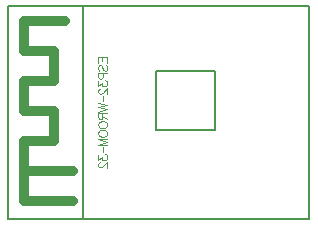
<source format=gbr>
G04 DipTrace 3.3.1.3*
G04 BottomSilk.gbr*
%MOMM*%
G04 #@! TF.FileFunction,Legend,Bot*
G04 #@! TF.Part,Single*
%ADD15C,0.127*%
%ADD16C,0.8128*%
%ADD12C,0.0762*%
%FSLAX35Y35*%
G04*
G71*
G90*
G75*
G01*
G04 BotSilk*
%LPD*%
X3337843Y2195127D2*
D15*
Y395217D1*
X1418040D1*
X788183D1*
Y2195127D1*
X1418040D1*
X3337843D1*
X1418040D2*
Y395217D1*
X2537903Y1645137D2*
Y1145127D1*
X2037907D1*
Y1645137D1*
X2537903D1*
X1337857Y544107D2*
D16*
X925060D1*
Y798207D1*
X1337857D1*
X925060D2*
Y1052097D1*
X1179110D1*
Y1306197D1*
X925060D1*
Y1560087D1*
X1179110D1*
Y1814187D1*
X925060D1*
Y2068077D1*
X1267933D1*
X1548453Y1715101D2*
D12*
Y1762439D1*
X1625018D1*
Y1715101D1*
X1584925Y1762439D2*
Y1733295D1*
X1559403Y1648817D2*
X1552075Y1656061D1*
X1548453Y1667011D1*
Y1681583D1*
X1552075Y1692533D1*
X1559403Y1699861D1*
X1566647D1*
X1573975Y1696155D1*
X1577597Y1692533D1*
X1581218Y1685289D1*
X1588547Y1663389D1*
X1592168Y1656061D1*
X1595875Y1652439D1*
X1603118Y1648817D1*
X1614068D1*
X1621312Y1656061D1*
X1625018Y1667011D1*
Y1681583D1*
X1621312Y1692533D1*
X1614068Y1699861D1*
X1588547Y1633577D2*
Y1600727D1*
X1584925Y1589862D1*
X1581218Y1586156D1*
X1573975Y1582534D1*
X1563025D1*
X1555781Y1586156D1*
X1552075Y1589862D1*
X1548453Y1600727D1*
Y1633577D1*
X1625018D1*
X1548537Y1559966D2*
Y1519956D1*
X1577681Y1541772D1*
Y1530822D1*
X1581303Y1523578D1*
X1584925Y1519956D1*
X1595875Y1516250D1*
X1603118D1*
X1614068Y1519956D1*
X1621397Y1527200D1*
X1625018Y1538150D1*
Y1549100D1*
X1621397Y1559966D1*
X1617690Y1563587D1*
X1610447Y1567294D1*
X1566731Y1497304D2*
X1563109D1*
X1555781Y1493682D1*
X1552159Y1490060D1*
X1548537Y1482732D1*
Y1468160D1*
X1552159Y1460916D1*
X1555781Y1457294D1*
X1563109Y1453588D1*
X1570353D1*
X1577681Y1457294D1*
X1588547Y1464538D1*
X1625018Y1501010D1*
Y1449966D1*
X1586778Y1434726D2*
Y1392611D1*
X1548453Y1377371D2*
X1625018Y1359092D1*
X1548453Y1340899D1*
X1625018Y1322705D1*
X1548453Y1304427D1*
X1584925Y1289187D2*
Y1256421D1*
X1581219Y1245471D1*
X1577597Y1241765D1*
X1570353Y1238143D1*
X1563025D1*
X1555781Y1241765D1*
X1552075Y1245471D1*
X1548453Y1256421D1*
Y1289187D1*
X1625018D1*
X1584925Y1263665D2*
X1625018Y1238143D1*
X1548453Y1201003D2*
X1552075Y1208331D1*
X1559403Y1215575D1*
X1566647Y1219281D1*
X1577597Y1222903D1*
X1595875D1*
X1606740Y1219281D1*
X1614068Y1215575D1*
X1621312Y1208331D1*
X1625018Y1201003D1*
Y1186431D1*
X1621312Y1179187D1*
X1614068Y1171859D1*
X1606740Y1168237D1*
X1595875Y1164615D1*
X1577597D1*
X1566647Y1168237D1*
X1559403Y1171859D1*
X1552075Y1179187D1*
X1548453Y1186431D1*
Y1201003D1*
Y1127475D2*
X1552075Y1134803D1*
X1559403Y1142047D1*
X1566647Y1145753D1*
X1577597Y1149375D1*
X1595875D1*
X1606740Y1145753D1*
X1614069Y1142047D1*
X1621312Y1134803D1*
X1625018Y1127475D1*
Y1112903D1*
X1621312Y1105659D1*
X1614069Y1098331D1*
X1606740Y1094709D1*
X1595875Y1091087D1*
X1577597D1*
X1566647Y1094709D1*
X1559403Y1098331D1*
X1552075Y1105659D1*
X1548453Y1112903D1*
Y1127475D1*
X1625019Y1017560D2*
X1548453D1*
X1625019Y1046704D1*
X1548453Y1075847D1*
X1625019D1*
X1586778Y1002320D2*
Y960204D1*
X1548537Y937636D2*
Y897627D1*
X1577681Y919443D1*
Y908493D1*
X1581303Y901249D1*
X1584925Y897627D1*
X1595875Y893921D1*
X1603119D1*
X1614069Y897627D1*
X1621397Y904871D1*
X1625019Y915821D1*
Y926771D1*
X1621397Y937636D1*
X1617690Y941258D1*
X1610447Y944964D1*
X1566731Y874975D2*
X1563109D1*
X1555781Y871353D1*
X1552159Y867731D1*
X1548537Y860403D1*
Y845831D1*
X1552159Y838587D1*
X1555781Y834965D1*
X1563109Y831259D1*
X1570353D1*
X1577681Y834965D1*
X1588547Y842209D1*
X1625019Y878681D1*
X1625018Y827637D1*
M02*

</source>
